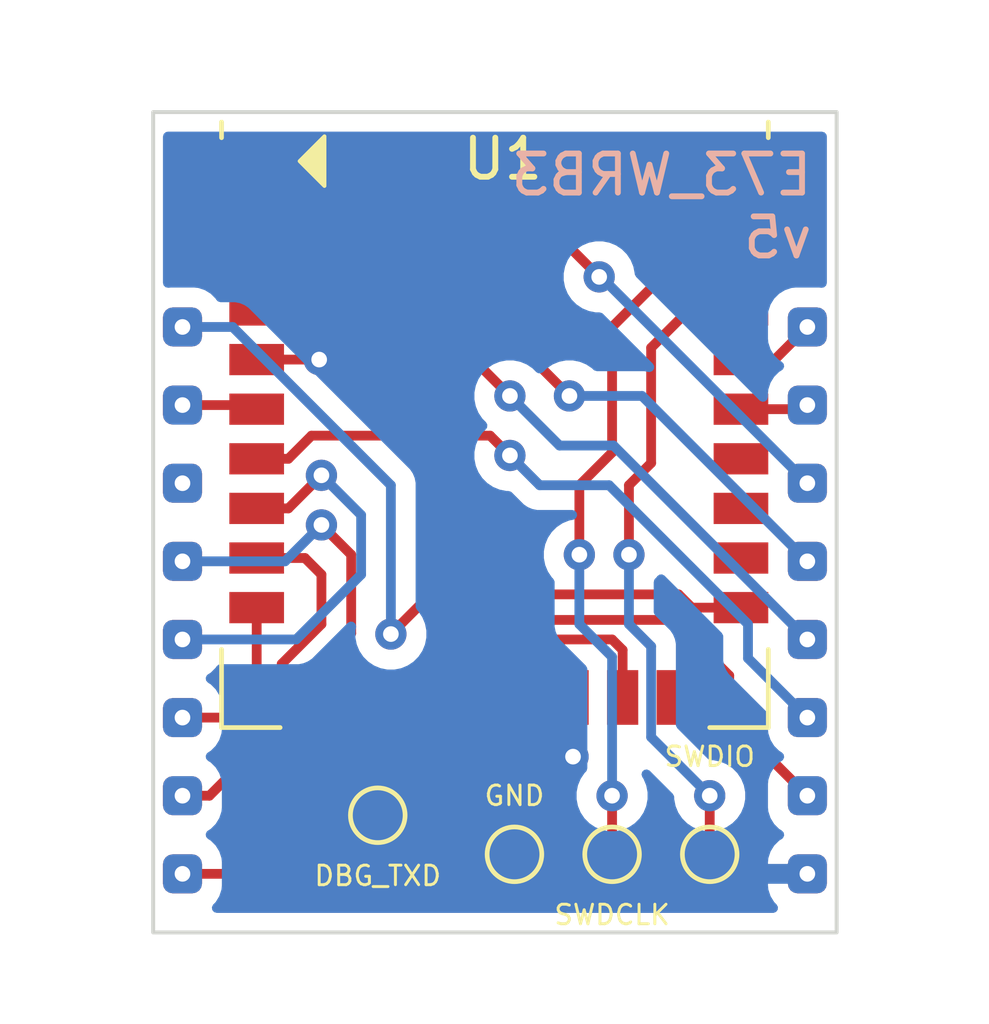
<source format=kicad_pcb>
(kicad_pcb (version 20241229) (generator "pcbnew") (generator_version "9.0")
  (layers (0 "F.Cu" signal) (2 "B.Cu" signal) (13 "F.Paste" user) (15 "B.Paste" user) (5 "F.SilkS" user "F.Silkscreen") (7 "B.SilkS" user "B.Silkscreen") (1 "F.Mask" user) (3 "B.Mask" user) (25 "Edge.Cuts" user))
  (net 0 "")
  (net 2 "GNDD")
  (net 3 "Net-(U1-SWDIO)")
  (net 4 "+3.3V")
  (net 5 "Net-(U1-SDWCLK)")
  (net 6 "Net-(U1-P0.05{slash}AIN3)")
  (net 13 "RST")
  (net 15 "P0.00")
  (net 16 "RXD")
  (net 17 "TXD")
  (net 18 "P1.09")
  (net 19 "P0.30")
  (net 20 "P0.31")
  (net 21 "P1.13")
  (net 22 "P0.02")
  (net 23 "P0.29")
  (net 24 "P0.28")
  (net 25 "P1.10")
  (net 26 "P0.03")
  (footprint "nrf52_wbr3:E73-2G4M08S1C" (layer "F.Cu") (at 157.5 90.255 180)
    (property "Reference" "U1" (at 6.3 0.055 180) (layer "F.SilkS"))
    (property "Value" "E73-2G4M08S1C_light")
    (fp_line (start 13.5 1) (end 13.5 0.6) (stroke (width 0.12)) (layer "F.SilkS"))
    (fp_line (start 13.5 -14.5) (end 13.5 -12.5) (stroke (width 0.12)) (layer "F.SilkS"))
    (fp_line (start 12 -14.5) (end 13.5 -14.5) (stroke (width 0.12)) (layer "F.SilkS"))
    (fp_line (start -0.5 0.6) (end -0.5 1) (stroke (width 0.12)) (layer "F.SilkS"))
    (fp_line (start -0.5 -12.5) (end -0.5 -14.5) (stroke (width 0.12)) (layer "F.SilkS"))
    (fp_line (start -0.5 -14.5) (end 1 -14.5) (stroke (width 0.12)) (layer "F.SilkS"))
    (fp_poly (pts (xy 11.5 0) (xy 10.865 0.635) (xy 10.865 -0.635)) (stroke (width 0.1)) (fill yes) (layer "F.SilkS"))
    (pad "1" smd rect (at 12.600001 0 180) (size 1.4 0.8) (layers "F.Cu" "F.Mask" "F.Paste"))
    (pad "2" smd rect (at 12.600001 -1.27 180) (size 1.4 0.8) (layers "F.Cu" "F.Mask" "F.Paste") (net 25 "P1.10"))
    (pad "3" smd rect (at 12.600001 -2.54 180) (size 1.4 0.8) (layers "F.Cu" "F.Mask" "F.Paste") (net 26 "P0.03"))
    (pad "4" smd rect (at 12.600001 -3.81 180) (size 1.4 0.8) (layers "F.Cu" "F.Mask" "F.Paste") (net 24 "P0.28"))
    (pad "5" smd rect (at 12.600001 -5.08 180) (size 1.4 0.8) (layers "F.Cu" "F.Mask" "F.Paste") (net 2 "GNDD"))
    (pad "6" smd rect (at 12.600001 -6.35 180) (size 1.4 0.8) (layers "F.Cu" "F.Mask" "F.Paste") (net 21 "P1.13"))
    (pad "7" smd rect (at 12.600001 -7.62 180) (size 1.4 0.8) (layers "F.Cu" "F.Mask" "F.Paste") (net 22 "P0.02"))
    (pad "8" smd rect (at 12.600001 -8.89 180) (size 1.4 0.8) (layers "F.Cu" "F.Mask" "F.Paste") (net 23 "P0.29"))
    (pad "9" smd rect (at 12.600001 -10.16 180) (size 1.4 0.8) (layers "F.Cu" "F.Mask" "F.Paste") (net 20 "P0.31"))
    (pad "10" smd rect (at 12.600001 -11.43 180) (size 1.4 0.8) (layers "F.Cu" "F.Mask" "F.Paste") (net 19 "P0.30"))
    (pad "11" smd rect (at 10.840001 -13.729999 180) (size 0.8 1.4) (layers "F.Cu" "F.Mask" "F.Paste") (net 15 "P0.00"))
    (pad "13" smd rect (at 9.58 -13.729999 180) (size 0.8 1.4) (layers "F.Cu" "F.Mask" "F.Paste"))
    (pad "15" smd rect (at 8.31 -13.729999 180) (size 0.8 1.4) (layers "F.Cu" "F.Mask" "F.Paste") (net 6 "Net-(U1-P0.05{slash}AIN3)"))
    (pad "17" smd rect (at 7.04 -13.729999 180) (size 0.8 1.4) (layers "F.Cu" "F.Mask" "F.Paste") (net 18 "P1.09"))
    (pad "19" smd rect (at 5.77 -13.729999 180) (size 0.8 1.4) (layers "F.Cu" "F.Mask" "F.Paste") (net 4 "+3.3V"))
    (pad "21" smd rect (at 4.5 -13.729999 180) (size 0.8 1.4) (layers "F.Cu" "F.Mask" "F.Paste") (net 2 "GNDD"))
    (pad "23" smd rect (at 3.230001 -13.729999 180) (size 0.8 1.4) (layers "F.Cu" "F.Mask" "F.Paste") (net 4 "+3.3V"))
    (pad "25" smd rect (at 1.960001 -13.729999 180) (size 0.8 1.4) (layers "F.Cu" "F.Mask" "F.Paste"))
    (pad "26" smd rect (at 0.2 -11.43 180) (size 1.4 0.8) (layers "F.Cu" "F.Mask" "F.Paste") (net 13 "RST"))
    (pad "27" smd rect (at 0.2 -10.16 180) (size 1.4 0.8) (layers "F.Cu" "F.Mask" "F.Paste"))
    (pad "29" smd rect (at 0.2 -8.89 180) (size 1.4 0.8) (layers "F.Cu" "F.Mask" "F.Paste"))
    (pad "31" smd rect (at 0.2 -7.62 180) (size 1.4 0.8) (layers "F.Cu" "F.Mask" "F.Paste"))
    (pad "33" smd rect (at 0.2 -6.35 180) (size 1.4 0.8) (layers "F.Cu" "F.Mask" "F.Paste") (net 17 "TXD"))
    (pad "35" smd rect (at 0.2 -5.08 180) (size 1.4 0.8) (layers "F.Cu" "F.Mask" "F.Paste") (net 16 "RXD"))
    (pad "37" smd rect (at 0.2 -3.81 180) (size 1.4 0.8) (layers "F.Cu" "F.Mask" "F.Paste") (net 3 "Net-(U1-SWDIO)"))
    (pad "39" smd rect (at 0.2 -2.54 180) (size 1.4 0.8) (layers "F.Cu" "F.Mask" "F.Paste") (net 5 "Net-(U1-SDWCLK)"))
    (pad "41" smd rect (at 0.2 -1.27 180) (size 1.4 0.8) (layers "F.Cu" "F.Mask" "F.Paste"))
    (pad "43" smd rect (at 0.2 0 180) (size 1.4 0.8) (layers "F.Cu" "F.Mask" "F.Paste"))
  )
  (footprint "nrf52_wbr3:WBR3" (layer "F.Cu") (at 143 94.5)
    (property "Reference" "J1" (hide yes))
    (property "Value" "Conn_01x08")
    (pad "1" thru_hole roundrect (at 0 0) (size 1 1) (drill 0.4) (layers "*.Cu" "*.Mask") (net 13 "RST"))
    (pad "2" thru_hole roundrect (at 0 2) (size 1 1) (drill 0.4) (layers "*.Cu" "*.Mask") (net 21 "P1.13"))
    (pad "3" thru_hole roundrect (at 0 4) (size 1 1) (drill 0.4) (layers "*.Cu" "*.Mask"))
    (pad "4" thru_hole roundrect (at 0 6) (size 1 1) (drill 0.4) (layers "*.Cu" "*.Mask") (net 15 "P0.00"))
    (pad "5" thru_hole roundrect (at 0 8) (size 1 1) (drill 0.4) (layers "*.Cu" "*.Mask") (net 23 "P0.29"))
    (pad "6" thru_hole roundrect (at 0 10) (size 1 1) (drill 0.4) (layers "*.Cu" "*.Mask") (net 19 "P0.30"))
    (pad "7" thru_hole roundrect (at 0 12) (size 1 1) (drill 0.4) (layers "*.Cu" "*.Mask") (net 20 "P0.31"))
    (pad "8" thru_hole roundrect (at 0 14) (size 1 1) (drill 0.4) (layers "*.Cu" "*.Mask") (net 4 "+3.3V"))
  )
  (footprint "TestPoint:TestPoint_Pad_D1.0mm" (layer "F.Cu") (at 151.5 108)
    (property "Reference" "TP3" (hide yes))
    (property "Value" "GND" (at 0 -1.5 0) (layer "F.SilkS") (effects (font (size 0.5 0.5) (thickness 0.075))))
    (fp_circle (center 0 0) (end 0 0.7) (stroke (width 0.12)) (fill no) (layer "F.SilkS"))
    (pad "1" smd circle (at 0 0) (size 1 1) (layers "F.Cu" "F.Mask") (net 2 "GNDD"))
  )
  (footprint "TestPoint:TestPoint_Pad_D1.0mm" (layer "F.Cu") (at 148 107)
    (property "Reference" "TP4" (hide yes))
    (property "Value" "DBG_TXD" (at 0 1.55 0) (layer "F.SilkS") (effects (font (size 0.5 0.5) (thickness 0.075))))
    (fp_circle (center 0 0) (end 0 0.7) (stroke (width 0.12)) (fill no) (layer "F.SilkS"))
    (pad "1" smd circle (at 0 0) (size 1 1) (layers "F.Cu" "F.Mask") (net 6 "Net-(U1-P0.05{slash}AIN3)"))
  )
  (footprint "TestPoint:TestPoint_Pad_D1.0mm" (layer "F.Cu") (at 156.5 108)
    (property "Reference" "TP1" (hide yes))
    (property "Value" "SWDIO" (at 0 -2.5 0) (layer "F.SilkS") (effects (font (size 0.5 0.5) (thickness 0.075))))
    (fp_circle (center 0 0) (end 0 0.7) (stroke (width 0.12)) (fill no) (layer "F.SilkS"))
    (pad "1" smd circle (at 0 0) (size 1 1) (layers "F.Cu" "F.Mask") (net 3 "Net-(U1-SWDIO)"))
  )
  (footprint "TestPoint:TestPoint_Pad_D1.0mm" (layer "F.Cu") (at 154 108)
    (property "Reference" "TP2" (hide yes))
    (property "Value" "SWDCLK" (at 0 1.55 0) (layer "F.SilkS") (effects (font (size 0.5 0.5) (thickness 0.075))))
    (fp_circle (center 0 0) (end 0 0.7) (stroke (width 0.12)) (fill no) (layer "F.SilkS"))
    (pad "1" smd circle (at 0 0) (size 1 1) (layers "F.Cu" "F.Mask") (net 5 "Net-(U1-SDWCLK)"))
  )
  (footprint "nrf52_wbr3:WBR3" (layer "F.Cu") (at 159 94.5)
    (property "Reference" "J2" (hide yes))
    (property "Value" "Conn_01x08")
    (pad "1" thru_hole roundrect (at 0 0) (size 1 1) (drill 0.4) (layers "*.Cu" "*.Mask") (net 16 "RXD"))
    (pad "2" thru_hole roundrect (at 0 2) (size 1 1) (drill 0.4) (layers "*.Cu" "*.Mask") (net 17 "TXD"))
    (pad "3" thru_hole roundrect (at 0 4) (size 1 1) (drill 0.4) (layers "*.Cu" "*.Mask") (net 25 "P1.10"))
    (pad "4" thru_hole roundrect (at 0 6) (size 1 1) (drill 0.4) (layers "*.Cu" "*.Mask") (net 26 "P0.03"))
    (pad "5" thru_hole roundrect (at 0 8) (size 1 1) (drill 0.4) (layers "*.Cu" "*.Mask") (net 24 "P0.28"))
    (pad "6" thru_hole roundrect (at 0 10) (size 1 1) (drill 0.4) (layers "*.Cu" "*.Mask") (net 22 "P0.02"))
    (pad "7" thru_hole roundrect (at 0 12) (size 1 1) (drill 0.4) (layers "*.Cu" "*.Mask") (net 18 "P1.09"))
    (pad "8" thru_hole roundrect (at 0 14) (size 1 1) (drill 0.4) (layers "*.Cu" "*.Mask") (net 2 "GNDD"))
  )
  (gr_rect (start 142.25 89) (end 159.75 110) (stroke (width 0.1)) (fill no) (layer "Edge.Cuts"))
  (gr_text "E73_WRB3\nv5" (at 159.2 92.8 0) (layer "B.SilkS") (effects (font (size 1 1)) (justify left bottom mirror)))
  (segment (start 151.5 108) (end 151.5 107) (width 0.25) (layer "F.Cu") (net 2))
  (segment (start 144.899999 95.335) (end 146.5 95.335) (width 0.25) (layer "F.Cu") (net 2))
  (segment (start 153 103.984999) (end 153 105.5) (width 0.25) (layer "F.Cu") (net 2))
  (segment (start 151.5 107) (end 153 105.5) (width 0.25) (layer "F.Cu") (net 2))
  (via (at 153 105.5) (size 0.8) (drill 0.4) (layers "F.Cu" "B.Cu") (net 2))
  (via (at 146.5 95.335) (size 0.8) (drill 0.4) (layers "F.Cu" "B.Cu") (net 2))
  (segment (start 155 97.984) (end 155 95.0325) (width 0.25) (layer "F.Cu") (net 3))
  (segment (start 154.432 100.33) (end 154.432 98.552) (width 0.25) (layer "F.Cu") (net 3))
  (segment (start 156.5 108) (end 156.5 106.5) (width 0.25) (layer "F.Cu") (net 3))
  (segment (start 154.432 98.552) (end 155 97.984) (width 0.25) (layer "F.Cu") (net 3))
  (segment (start 155 95.0325) (end 155.9675 94.065) (width 0.25) (layer "F.Cu") (net 3))
  (segment (start 155.9675 94.065) (end 157.3 94.065) (width 0.25) (layer "F.Cu") (net 3))
  (via (at 156.5 106.5) (size 0.8) (drill 0.4) (layers "F.Cu" "B.Cu") (net 3))
  (via (at 154.432 100.33) (size 0.8) (drill 0.4) (layers "F.Cu" "B.Cu") (net 3))
  (segment (start 154.432 102.108) (end 155 102.676) (width 0.25) (layer "B.Cu") (net 3))
  (segment (start 155 105) (end 156.5 106.5) (width 0.25) (layer "B.Cu") (net 3))
  (segment (start 154.432 100.33) (end 154.432 102.108) (width 0.25) (layer "B.Cu") (net 3))
  (segment (start 155 102.676) (end 155 105) (width 0.25) (layer "B.Cu") (net 3))
  (segment (start 151.73 102.77) (end 152 102.5) (width 0.25) (layer "F.Cu") (net 4))
  (segment (start 148.5 108.5) (end 151.73 105.27) (width 0.25) (layer "F.Cu") (net 4))
  (segment (start 151.73 103.984999) (end 151.73 102.77) (width 0.25) (layer "F.Cu") (net 4))
  (segment (start 152 102.5) (end 154 102.5) (width 0.25) (layer "F.Cu") (net 4))
  (segment (start 154.269999 102.769999) (end 154.269999 103.984999) (width 0.25) (layer "F.Cu") (net 4))
  (segment (start 154 102.5) (end 154.269999 102.769999) (width 0.25) (layer "F.Cu") (net 4))
  (segment (start 143 108.5) (end 148.5 108.5) (width 0.25) (layer "F.Cu") (net 4))
  (segment (start 151.73 105.27) (end 151.73 103.984999) (width 0.25) (layer "F.Cu") (net 4))
  (segment (start 154 94.5) (end 155.705 92.795) (width 0.25) (layer "F.Cu") (net 5))
  (segment (start 154 108) (end 154 106.5) (width 0.25) (layer "F.Cu") (net 5))
  (segment (start 153.162 100.33) (end 153.162 98.552) (width 0.25) (layer "F.Cu") (net 5))
  (segment (start 153.162 98.552) (end 154 97.714) (width 0.25) (layer "F.Cu") (net 5))
  (segment (start 154 97.714) (end 154 94.5) (width 0.25) (layer "F.Cu") (net 5))
  (segment (start 155.705 92.795) (end 157.3 92.795) (width 0.25) (layer "F.Cu") (net 5))
  (via (at 153.162 100.33) (size 0.8) (drill 0.4) (layers "F.Cu" "B.Cu") (net 5))
  (via (at 154 106.5) (size 0.8) (drill 0.4) (layers "F.Cu" "B.Cu") (net 5))
  (segment (start 153.162 100.33) (end 153.162 102.108) (width 0.25) (layer "B.Cu") (net 5))
  (segment (start 153.162 102.108) (end 154 102.946) (width 0.25) (layer "B.Cu") (net 5))
  (segment (start 154 102.946) (end 154 106.5) (width 0.25) (layer "B.Cu") (net 5))
  (segment (start 149.19 103.984999) (end 149.19 105.81) (width 0.25) (layer "F.Cu") (net 6))
  (segment (start 149.19 105.81) (end 148 107) (width 0.25) (layer "F.Cu") (net 6))
  (segment (start 155.702 101.346) (end 156.041 101.685) (width 0.25) (layer "F.Cu") (net 13))
  (segment (start 156.041 101.685) (end 157.3 101.685) (width 0.25) (layer "F.Cu") (net 13))
  (segment (start 148.336 102.362) (end 149.352 101.346) (width 0.25) (layer "F.Cu") (net 13))
  (segment (start 149.352 101.346) (end 155.702 101.346) (width 0.25) (layer "F.Cu") (net 13))
  (via (at 148.336 102.362) (size 0.8) (drill 0.4) (layers "F.Cu" "B.Cu") (net 13))
  (segment (start 148.336 98.552) (end 144.284 94.5) (width 0.25) (layer "B.Cu") (net 13))
  (segment (start 148.336 102.362) (end 148.336 98.552) (width 0.25) (layer "B.Cu") (net 13))
  (segment (start 144.284 94.5) (end 143 94.5) (width 0.25) (layer "B.Cu") (net 13))
  (segment (start 146.558 99.568) (end 147.32 100.33) (width 0.25) (layer "F.Cu") (net 15))
  (segment (start 147.32 102.344499) (end 146.659999 103.0045) (width 0.25) (layer "F.Cu") (net 15))
  (segment (start 147.32 100.33) (end 147.32 102.344499) (width 0.25) (layer "F.Cu") (net 15))
  (segment (start 146.659999 103.0045) (end 146.659999 103.984999) (width 0.25) (layer "F.Cu") (net 15))
  (via (at 146.558 99.568) (size 0.8) (drill 0.4) (layers "F.Cu" "B.Cu") (net 15))
  (segment (start 145.626 100.5) (end 146.558 99.568) (width 0.25) (layer "B.Cu") (net 15))
  (segment (start 143 100.5) (end 145.626 100.5) (width 0.25) (layer "B.Cu") (net 15))
  (segment (start 157.3 95.335) (end 158.165 95.335) (width 0.25) (layer "F.Cu") (net 16))
  (segment (start 158.165 95.335) (end 159 94.5) (width 0.25) (layer "F.Cu") (net 16))
  (segment (start 157.3 96.605) (end 158.895 96.605) (width 0.25) (layer "F.Cu") (net 17))
  (segment (start 159 106.5) (end 157 104.5) (width 0.25) (layer "F.Cu") (net 18))
  (segment (start 151.238 102) (end 150.46 102.778) (width 0.25) (layer "F.Cu") (net 18))
  (segment (start 150.46 102.778) (end 150.46 103.984999) (width 0.25) (layer "F.Cu") (net 18))
  (segment (start 157 103.42375) (end 155.57625 102) (width 0.25) (layer "F.Cu") (net 18))
  (segment (start 157 104.5) (end 157 103.42375) (width 0.25) (layer "F.Cu") (net 18))
  (segment (start 155.57625 102) (end 151.238 102) (width 0.25) (layer "F.Cu") (net 18))
  (segment (start 144.42 104.5) (end 144.899999 104.020001) (width 0.25) (layer "F.Cu") (net 19))
  (segment (start 144.899999 104.020001) (end 144.899999 101.685) (width 0.25) (layer "F.Cu") (net 19))
  (segment (start 143 104.5) (end 144.42 104.5) (width 0.25) (layer "F.Cu") (net 19))
  (segment (start 146.558 100.838) (end 146.135 100.415) (width 0.25) (layer "F.Cu") (net 20))
  (segment (start 143 106.5) (end 143.69 106.5) (width 0.25) (layer "F.Cu") (net 20))
  (segment (start 146.135 100.415) (end 144.899999 100.415) (width 0.25) (layer "F.Cu") (net 20))
  (segment (start 145.542 103.124) (end 146.558 102.108) (width 0.25) (layer "F.Cu") (net 20))
  (segment (start 143.69 106.5) (end 145.542 104.648) (width 0.25) (layer "F.Cu") (net 20))
  (segment (start 146.558 102.108) (end 146.558 100.838) (width 0.25) (layer "F.Cu") (net 20))
  (segment (start 145.542 104.648) (end 145.542 103.124) (width 0.25) (layer "F.Cu") (net 20))
  (segment (start 143 96.5) (end 144.794999 96.5) (width 0.25) (layer "F.Cu") (net 21))
  (segment (start 145.711 97.875) (end 144.899999 97.875) (width 0.25) (layer "F.Cu") (net 22))
  (segment (start 150.876 97.282) (end 146.304 97.282) (width 0.25) (layer "F.Cu") (net 22))
  (segment (start 151.384 97.79) (end 150.876 97.282) (width 0.25) (layer "F.Cu") (net 22))
  (segment (start 146.304 97.282) (end 145.711 97.875) (width 0.25) (layer "F.Cu") (net 22))
  (via (at 151.384 97.79) (size 0.8) (drill 0.4) (layers "F.Cu" "B.Cu") (net 22))
  (segment (start 157.48 102.98) (end 159 104.5) (width 0.25) (layer "B.Cu") (net 22))
  (segment (start 152.146 98.552) (end 153.924 98.552) (width 0.25) (layer "B.Cu") (net 22))
  (segment (start 157.48 102.108) (end 157.48 102.98) (width 0.25) (layer "B.Cu") (net 22))
  (segment (start 153.924 98.552) (end 157.48 102.108) (width 0.25) (layer "B.Cu") (net 22))
  (segment (start 151.384 97.79) (end 152.146 98.552) (width 0.25) (layer "B.Cu") (net 22))
  (segment (start 145.711 99.145) (end 144.899999 99.145) (width 0.25) (layer "F.Cu") (net 23))
  (segment (start 146.558 98.298) (end 145.711 99.145) (width 0.25) (layer "F.Cu") (net 23))
  (via (at 146.558 98.298) (size 0.8) (drill 0.4) (layers "F.Cu" "B.Cu") (net 23))
  (segment (start 145.912 102.5) (end 143 102.5) (width 0.25) (layer "B.Cu") (net 23))
  (segment (start 146.558 98.298) (end 147.574 99.314) (width 0.25) (layer "B.Cu") (net 23))
  (segment (start 147.574 100.838) (end 145.912 102.5) (width 0.25) (layer "B.Cu") (net 23))
  (segment (start 147.574 99.314) (end 147.574 100.838) (width 0.25) (layer "B.Cu") (net 23))
  (segment (start 149.183 94.065) (end 144.899999 94.065) (width 0.25) (layer "F.Cu") (net 24))
  (segment (start 151.384 96.266) (end 149.183 94.065) (width 0.25) (layer "F.Cu") (net 24))
  (via (at 151.384 96.266) (size 0.8) (drill 0.4) (layers "F.Cu" "B.Cu") (net 24))
  (segment (start 151.384 96.266) (end 152.654 97.536) (width 0.25) (layer "B.Cu") (net 24))
  (segment (start 152.654 97.536) (end 154.036 97.536) (width 0.25) (layer "B.Cu") (net 24))
  (segment (start 154.036 97.536) (end 159 102.5) (width 0.25) (layer "B.Cu") (net 24))
  (segment (start 151.977 91.525) (end 144.899999 91.525) (width 0.25) (layer "F.Cu") (net 25))
  (segment (start 153.67 93.218) (end 151.977 91.525) (width 0.25) (layer "F.Cu") (net 25))
  (via (at 153.67 93.218) (size 0.8) (drill 0.4) (layers "F.Cu" "B.Cu") (net 25))
  (segment (start 153.67 93.218) (end 153.718 93.218) (width 0.25) (layer "B.Cu") (net 25))
  (segment (start 153.718 93.218) (end 159 98.5) (width 0.25) (layer "B.Cu") (net 25))
  (segment (start 144.899999 92.795) (end 149.437 92.795) (width 0.25) (layer "F.Cu") (net 26))
  (segment (start 149.437 92.795) (end 152.908 96.266) (width 0.25) (layer "F.Cu") (net 26))
  (via (at 152.908 96.266) (size 0.8) (drill 0.4) (layers "F.Cu" "B.Cu") (net 26))
  (segment (start 152.908 96.266) (end 154.766 96.266) (width 0.25) (layer "B.Cu") (net 26))
  (segment (start 154.766 96.266) (end 159 100.5) (width 0.25) (layer "B.Cu") (net 26))
  (zone (net 2) (net_name "GNDD") (layer "B.Cu") (connect_pads (clearance 0.508)) (min_thickness 0.254) (fill yes (thermal_gap 0.508) (thermal_bridge_width 0.508))
    (polygon (pts (xy 159.5 109.5) (xy 142.5 109.5) (xy 142.5 89.5) (xy 159.5 89.5)))
  )
)
</source>
